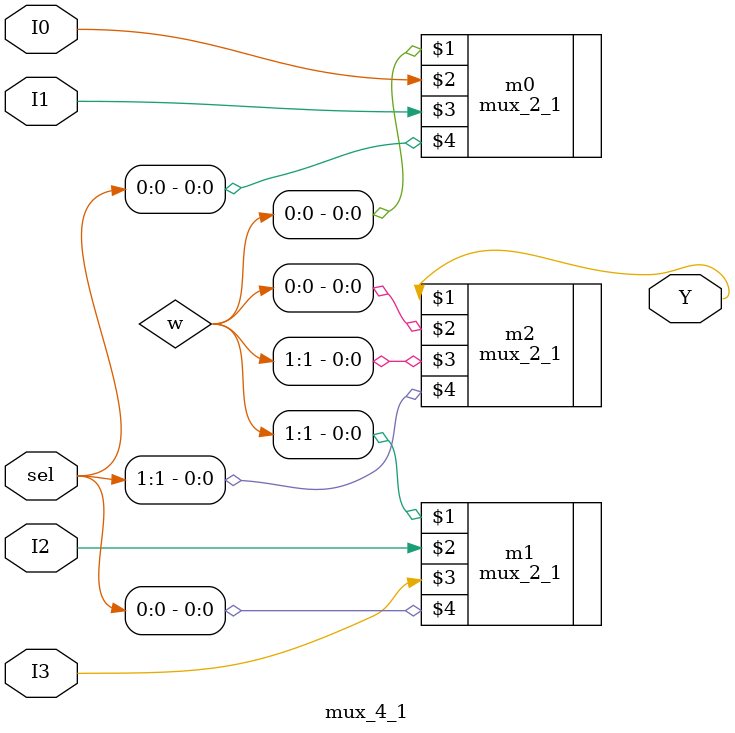
<source format=v>
`timescale 1ns / 1ps
module mux_4_1(Y,I0,I1,I2,I3,sel);
input I0,I1,I2,I3;
input [1:0]sel;
output Y;
wire [1:0]w;

mux_2_1 m0(w[0],I0,I1,sel[0]);
mux_2_1 m1(w[1],I2,I3,sel[0]);
mux_2_1 m2(Y,w[0],w[1],sel[1]);

endmodule

</source>
